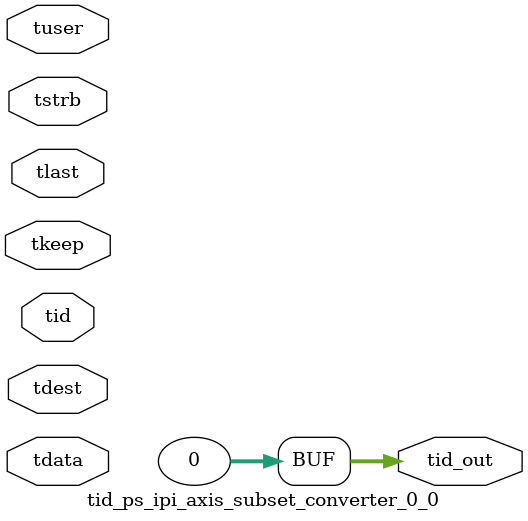
<source format=v>


`timescale 1ps/1ps

module tid_ps_ipi_axis_subset_converter_0_0 #
(
parameter C_S_AXIS_TID_WIDTH   = 1,
parameter C_S_AXIS_TUSER_WIDTH = 0,
parameter C_S_AXIS_TDATA_WIDTH = 0,
parameter C_S_AXIS_TDEST_WIDTH = 0,
parameter C_M_AXIS_TID_WIDTH   = 32
)
(
input  [(C_S_AXIS_TID_WIDTH   == 0 ? 1 : C_S_AXIS_TID_WIDTH)-1:0       ] tid,
input  [(C_S_AXIS_TDATA_WIDTH == 0 ? 1 : C_S_AXIS_TDATA_WIDTH)-1:0     ] tdata,
input  [(C_S_AXIS_TUSER_WIDTH == 0 ? 1 : C_S_AXIS_TUSER_WIDTH)-1:0     ] tuser,
input  [(C_S_AXIS_TDEST_WIDTH == 0 ? 1 : C_S_AXIS_TDEST_WIDTH)-1:0     ] tdest,
input  [(C_S_AXIS_TDATA_WIDTH/8)-1:0 ] tkeep,
input  [(C_S_AXIS_TDATA_WIDTH/8)-1:0 ] tstrb,
input                                                                    tlast,
output [(C_M_AXIS_TID_WIDTH   == 0 ? 1 : C_M_AXIS_TID_WIDTH)-1:0       ] tid_out
);

assign tid_out = {1'b0};

endmodule


</source>
